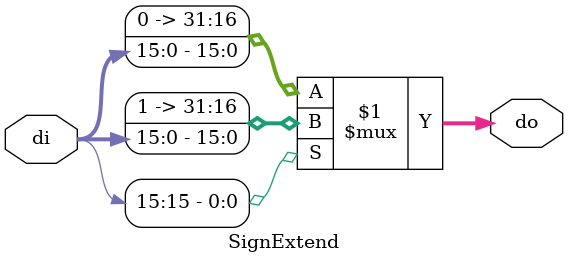
<source format=v>
module SignExtend (
    input  wire [15:0] di,
    output wire [31:0] do
);

    assign do = (di[15]) ? {{16{1'b1}}, di} : {{16{1'b0}}, di};

endmodule
</source>
